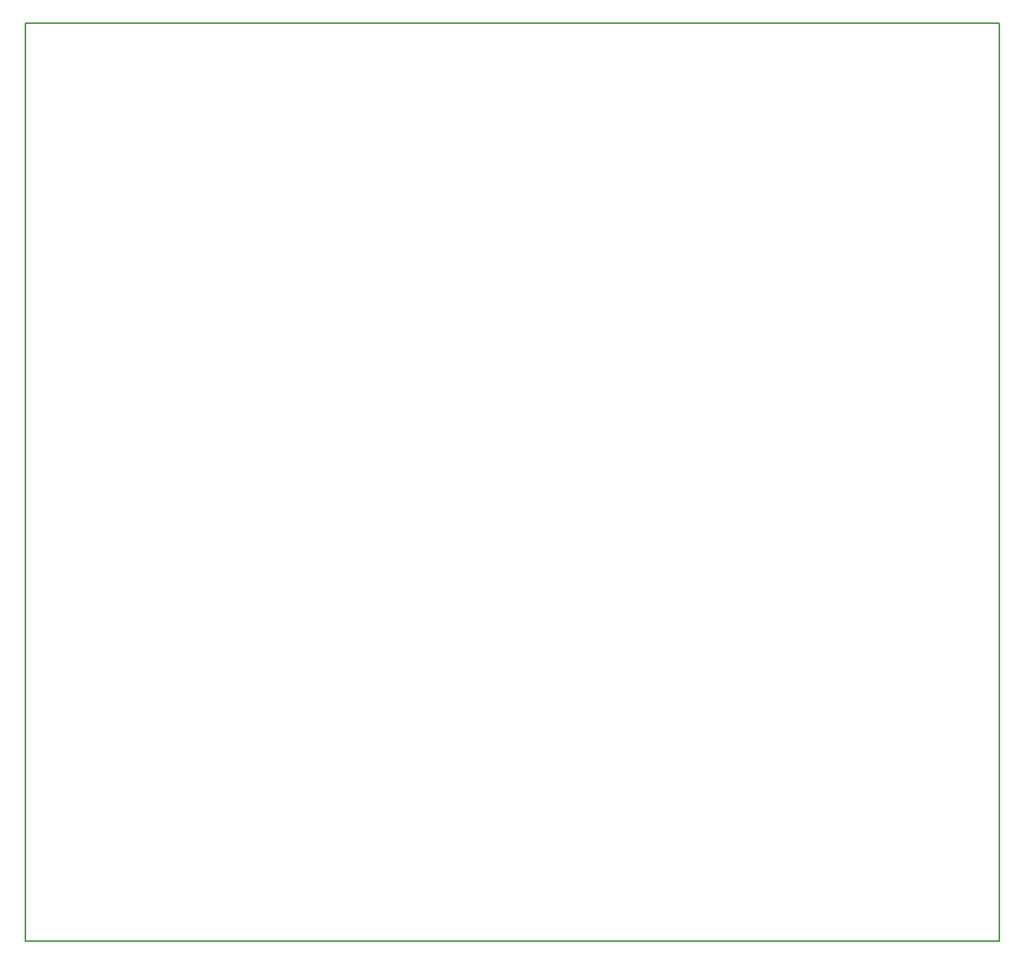
<source format=gbr>
G04 (created by PCBNEW (2013-mar-13)-testing) date Mon 25 Mar 2013 11:40:00 PM EDT*
%MOIN*%
G04 Gerber Fmt 3.4, Leading zero omitted, Abs format*
%FSLAX34Y34*%
G01*
G70*
G90*
G04 APERTURE LIST*
%ADD10C,0.006*%
%ADD11C,0.00590551*%
G04 APERTURE END LIST*
G54D10*
G54D11*
X81500Y-19000D02*
X81500Y-51000D01*
X38000Y-19000D02*
X81500Y-19000D01*
X38000Y-60000D02*
X38000Y-19000D01*
X81500Y-60000D02*
X38000Y-60000D01*
X81500Y-51000D02*
X81500Y-60000D01*
M02*

</source>
